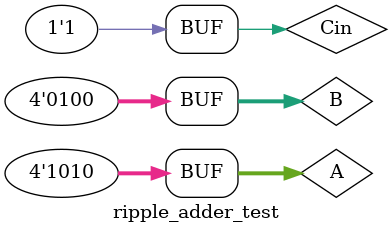
<source format=v>

`timescale 1ns / 1ps

module ripple_adder_test;

// Inputs
reg[3:0]A; 
reg[3:0]B;
reg[0:0]Cin;

// Outputs
wire[3:0]S;
wire[0:0]Cout;

// Instantiate Device Under Test
ripple_adder ttul( .A(A), .B(B), .Cin(Cin), .S(S), .Cout(Cout));


// Testing
initial
begin
   begin
   A = 0; B = 0; Cin = 0;
   #10 A = 1;
   #10 B = 1;
   #10 Cin = 1;
   #10 A = 8; B = 0;
   #10 A = 5; B = 4;
   #10 Cin = 0;
   #10 A = 2;
   #10 B = 10;
   #10 A = 3; B = 0;
   #10 Cin = 1;
   #10 A = 10; B = 4;
   #20;
   end
end 
    
endmodule

</source>
